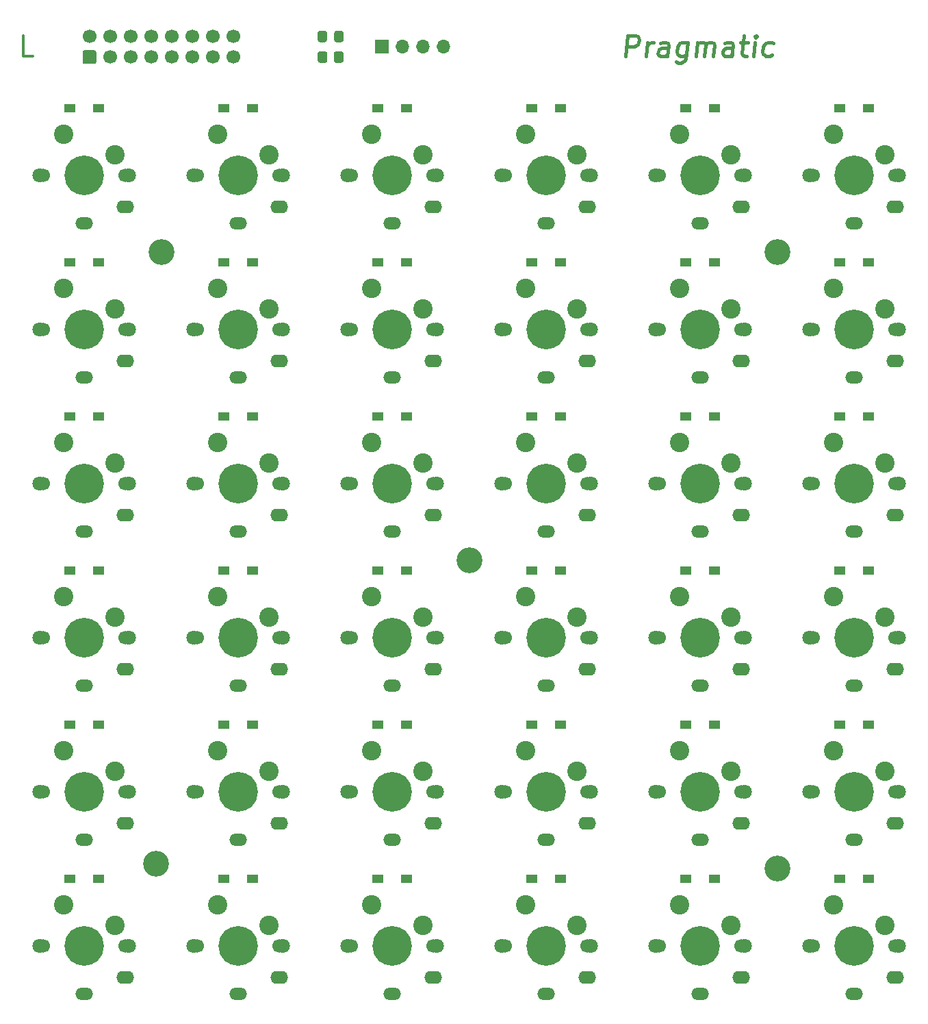
<source format=gts>
%TF.GenerationSoftware,KiCad,Pcbnew,(5.1.12-1-10_14)*%
%TF.CreationDate,2021-11-22T22:32:19+08:00*%
%TF.ProjectId,Pragmatic,50726167-6d61-4746-9963-2e6b69636164,0.2.1*%
%TF.SameCoordinates,Original*%
%TF.FileFunction,Soldermask,Top*%
%TF.FilePolarity,Negative*%
%FSLAX46Y46*%
G04 Gerber Fmt 4.6, Leading zero omitted, Abs format (unit mm)*
G04 Created by KiCad (PCBNEW (5.1.12-1-10_14)) date 2021-11-22 22:32:19*
%MOMM*%
%LPD*%
G01*
G04 APERTURE LIST*
%ADD10C,0.304800*%
%ADD11C,0.381000*%
%ADD12C,3.200000*%
%ADD13C,2.400000*%
%ADD14O,2.200000X1.600000*%
%ADD15C,4.900000*%
%ADD16C,1.800000*%
%ADD17O,2.200000X1.500000*%
%ADD18C,1.700000*%
%ADD19O,1.700000X1.700000*%
%ADD20R,1.700000X1.700000*%
%ADD21R,1.400000X1.000000*%
G04 APERTURE END LIST*
D10*
X50824190Y-42424047D02*
X49614666Y-42424047D01*
X49614666Y-39884047D01*
D11*
X124085085Y-42424047D02*
X124402585Y-39884047D01*
X125370204Y-39884047D01*
X125596990Y-40005000D01*
X125702823Y-40125952D01*
X125793537Y-40367857D01*
X125748180Y-40730714D01*
X125596990Y-40972619D01*
X125460918Y-41093571D01*
X125203894Y-41214523D01*
X124236275Y-41214523D01*
X126625085Y-42424047D02*
X126836752Y-40730714D01*
X126776275Y-41214523D02*
X126927466Y-40972619D01*
X127063537Y-40851666D01*
X127320561Y-40730714D01*
X127562466Y-40730714D01*
X129286037Y-42424047D02*
X129452347Y-41093571D01*
X129361633Y-40851666D01*
X129134847Y-40730714D01*
X128651037Y-40730714D01*
X128394013Y-40851666D01*
X129301156Y-42303095D02*
X129044133Y-42424047D01*
X128439371Y-42424047D01*
X128212585Y-42303095D01*
X128121871Y-42061190D01*
X128152109Y-41819285D01*
X128303299Y-41577380D01*
X128560323Y-41456428D01*
X129165085Y-41456428D01*
X129422109Y-41335476D01*
X131795799Y-40730714D02*
X131538775Y-42786904D01*
X131387585Y-43028809D01*
X131251513Y-43149761D01*
X130994490Y-43270714D01*
X130631633Y-43270714D01*
X130404847Y-43149761D01*
X131599252Y-42303095D02*
X131342228Y-42424047D01*
X130858418Y-42424047D01*
X130631633Y-42303095D01*
X130525799Y-42182142D01*
X130435085Y-41940238D01*
X130525799Y-41214523D01*
X130676990Y-40972619D01*
X130813061Y-40851666D01*
X131070085Y-40730714D01*
X131553894Y-40730714D01*
X131780680Y-40851666D01*
X132793656Y-42424047D02*
X133005323Y-40730714D01*
X132975085Y-40972619D02*
X133111156Y-40851666D01*
X133368180Y-40730714D01*
X133731037Y-40730714D01*
X133957823Y-40851666D01*
X134048537Y-41093571D01*
X133882228Y-42424047D01*
X134048537Y-41093571D02*
X134199728Y-40851666D01*
X134456752Y-40730714D01*
X134819609Y-40730714D01*
X135046394Y-40851666D01*
X135137109Y-41093571D01*
X134970799Y-42424047D01*
X137268894Y-42424047D02*
X137435204Y-41093571D01*
X137344490Y-40851666D01*
X137117704Y-40730714D01*
X136633894Y-40730714D01*
X136376871Y-40851666D01*
X137284013Y-42303095D02*
X137026990Y-42424047D01*
X136422228Y-42424047D01*
X136195442Y-42303095D01*
X136104728Y-42061190D01*
X136134966Y-41819285D01*
X136286156Y-41577380D01*
X136543180Y-41456428D01*
X137147942Y-41456428D01*
X137404966Y-41335476D01*
X138327228Y-40730714D02*
X139294847Y-40730714D01*
X138795918Y-39884047D02*
X138523775Y-42061190D01*
X138614490Y-42303095D01*
X138841275Y-42424047D01*
X139083180Y-42424047D01*
X139929847Y-42424047D02*
X140141513Y-40730714D01*
X140247347Y-39884047D02*
X140111275Y-40005000D01*
X140217109Y-40125952D01*
X140353180Y-40005000D01*
X140247347Y-39884047D01*
X140217109Y-40125952D01*
X142243061Y-42303095D02*
X141986037Y-42424047D01*
X141502228Y-42424047D01*
X141275442Y-42303095D01*
X141169609Y-42182142D01*
X141078894Y-41940238D01*
X141169609Y-41214523D01*
X141320799Y-40972619D01*
X141456871Y-40851666D01*
X141713894Y-40730714D01*
X142197704Y-40730714D01*
X142424490Y-40851666D01*
D12*
X104775000Y-104775000D03*
X142875000Y-142875000D03*
X142875000Y-66675000D03*
X66040000Y-142240000D03*
X66675000Y-66675000D03*
D13*
X60960000Y-54610000D03*
D14*
X62250000Y-61050000D03*
D13*
X54610000Y-52070000D03*
D15*
X57150000Y-57150000D03*
D16*
X51650000Y-57150000D03*
X62650000Y-57150000D03*
D17*
X57150000Y-63050000D03*
D18*
X62230000Y-57150000D03*
X52070000Y-57150000D03*
X75565000Y-40005000D03*
X73025000Y-40005000D03*
X70485000Y-40005000D03*
X67945000Y-40005000D03*
X65405000Y-40005000D03*
X62865000Y-40005000D03*
X60325000Y-40005000D03*
X57785000Y-40005000D03*
X75565000Y-42545000D03*
X73025000Y-42545000D03*
X70485000Y-42545000D03*
X67945000Y-42545000D03*
X65405000Y-42545000D03*
X62865000Y-42545000D03*
X60325000Y-42545000D03*
G36*
G01*
X58385000Y-43395000D02*
X57185000Y-43395000D01*
G75*
G02*
X56935000Y-43145000I0J250000D01*
G01*
X56935000Y-41945000D01*
G75*
G02*
X57185000Y-41695000I250000J0D01*
G01*
X58385000Y-41695000D01*
G75*
G02*
X58635000Y-41945000I0J-250000D01*
G01*
X58635000Y-43145000D01*
G75*
G02*
X58385000Y-43395000I-250000J0D01*
G01*
G37*
D19*
X101600000Y-41275000D03*
X99060000Y-41275000D03*
X96520000Y-41275000D03*
D20*
X93980000Y-41275000D03*
G36*
G01*
X88030000Y-42995001D02*
X88030000Y-42094999D01*
G75*
G02*
X88279999Y-41845000I249999J0D01*
G01*
X88980001Y-41845000D01*
G75*
G02*
X89230000Y-42094999I0J-249999D01*
G01*
X89230000Y-42995001D01*
G75*
G02*
X88980001Y-43245000I-249999J0D01*
G01*
X88279999Y-43245000D01*
G75*
G02*
X88030000Y-42995001I0J249999D01*
G01*
G37*
G36*
G01*
X86030000Y-42995001D02*
X86030000Y-42094999D01*
G75*
G02*
X86279999Y-41845000I249999J0D01*
G01*
X86980001Y-41845000D01*
G75*
G02*
X87230000Y-42094999I0J-249999D01*
G01*
X87230000Y-42995001D01*
G75*
G02*
X86980001Y-43245000I-249999J0D01*
G01*
X86279999Y-43245000D01*
G75*
G02*
X86030000Y-42995001I0J249999D01*
G01*
G37*
G36*
G01*
X88080000Y-40455001D02*
X88080000Y-39554999D01*
G75*
G02*
X88329999Y-39305000I249999J0D01*
G01*
X88980001Y-39305000D01*
G75*
G02*
X89230000Y-39554999I0J-249999D01*
G01*
X89230000Y-40455001D01*
G75*
G02*
X88980001Y-40705000I-249999J0D01*
G01*
X88329999Y-40705000D01*
G75*
G02*
X88080000Y-40455001I0J249999D01*
G01*
G37*
G36*
G01*
X86030000Y-40455001D02*
X86030000Y-39554999D01*
G75*
G02*
X86279999Y-39305000I249999J0D01*
G01*
X86930001Y-39305000D01*
G75*
G02*
X87180000Y-39554999I0J-249999D01*
G01*
X87180000Y-40455001D01*
G75*
G02*
X86930001Y-40705000I-249999J0D01*
G01*
X86279999Y-40705000D01*
G75*
G02*
X86030000Y-40455001I0J249999D01*
G01*
G37*
D13*
X156210000Y-149860000D03*
D14*
X157500000Y-156300000D03*
D13*
X149860000Y-147320000D03*
D15*
X152400000Y-152400000D03*
D16*
X146900000Y-152400000D03*
X157900000Y-152400000D03*
D17*
X152400000Y-158300000D03*
D18*
X157480000Y-152400000D03*
X147320000Y-152400000D03*
D13*
X137160000Y-149860000D03*
D14*
X138450000Y-156300000D03*
D13*
X130810000Y-147320000D03*
D15*
X133350000Y-152400000D03*
D16*
X127850000Y-152400000D03*
X138850000Y-152400000D03*
D17*
X133350000Y-158300000D03*
D18*
X138430000Y-152400000D03*
X128270000Y-152400000D03*
D13*
X118110000Y-149860000D03*
D14*
X119400000Y-156300000D03*
D13*
X111760000Y-147320000D03*
D15*
X114300000Y-152400000D03*
D16*
X108800000Y-152400000D03*
X119800000Y-152400000D03*
D17*
X114300000Y-158300000D03*
D18*
X119380000Y-152400000D03*
X109220000Y-152400000D03*
D13*
X99060000Y-149860000D03*
D14*
X100350000Y-156300000D03*
D13*
X92710000Y-147320000D03*
D15*
X95250000Y-152400000D03*
D16*
X89750000Y-152400000D03*
X100750000Y-152400000D03*
D17*
X95250000Y-158300000D03*
D18*
X100330000Y-152400000D03*
X90170000Y-152400000D03*
D13*
X80010000Y-149860000D03*
D14*
X81300000Y-156300000D03*
D13*
X73660000Y-147320000D03*
D15*
X76200000Y-152400000D03*
D16*
X70700000Y-152400000D03*
X81700000Y-152400000D03*
D17*
X76200000Y-158300000D03*
D18*
X81280000Y-152400000D03*
X71120000Y-152400000D03*
D13*
X60960000Y-149860000D03*
D14*
X62250000Y-156300000D03*
D13*
X54610000Y-147320000D03*
D15*
X57150000Y-152400000D03*
D16*
X51650000Y-152400000D03*
X62650000Y-152400000D03*
D17*
X57150000Y-158300000D03*
D18*
X62230000Y-152400000D03*
X52070000Y-152400000D03*
D13*
X156210000Y-130810000D03*
D14*
X157500000Y-137250000D03*
D13*
X149860000Y-128270000D03*
D15*
X152400000Y-133350000D03*
D16*
X146900000Y-133350000D03*
X157900000Y-133350000D03*
D17*
X152400000Y-139250000D03*
D18*
X157480000Y-133350000D03*
X147320000Y-133350000D03*
D13*
X137160000Y-130810000D03*
D14*
X138450000Y-137250000D03*
D13*
X130810000Y-128270000D03*
D15*
X133350000Y-133350000D03*
D16*
X127850000Y-133350000D03*
X138850000Y-133350000D03*
D17*
X133350000Y-139250000D03*
D18*
X138430000Y-133350000D03*
X128270000Y-133350000D03*
D13*
X118110000Y-130810000D03*
D14*
X119400000Y-137250000D03*
D13*
X111760000Y-128270000D03*
D15*
X114300000Y-133350000D03*
D16*
X108800000Y-133350000D03*
X119800000Y-133350000D03*
D17*
X114300000Y-139250000D03*
D18*
X119380000Y-133350000D03*
X109220000Y-133350000D03*
D13*
X99060000Y-130810000D03*
D14*
X100350000Y-137250000D03*
D13*
X92710000Y-128270000D03*
D15*
X95250000Y-133350000D03*
D16*
X89750000Y-133350000D03*
X100750000Y-133350000D03*
D17*
X95250000Y-139250000D03*
D18*
X100330000Y-133350000D03*
X90170000Y-133350000D03*
D13*
X80010000Y-130810000D03*
D14*
X81300000Y-137250000D03*
D13*
X73660000Y-128270000D03*
D15*
X76200000Y-133350000D03*
D16*
X70700000Y-133350000D03*
X81700000Y-133350000D03*
D17*
X76200000Y-139250000D03*
D18*
X81280000Y-133350000D03*
X71120000Y-133350000D03*
D13*
X60960000Y-130810000D03*
D14*
X62250000Y-137250000D03*
D13*
X54610000Y-128270000D03*
D15*
X57150000Y-133350000D03*
D16*
X51650000Y-133350000D03*
X62650000Y-133350000D03*
D17*
X57150000Y-139250000D03*
D18*
X62230000Y-133350000D03*
X52070000Y-133350000D03*
D13*
X156210000Y-111760000D03*
D14*
X157500000Y-118200000D03*
D13*
X149860000Y-109220000D03*
D15*
X152400000Y-114300000D03*
D16*
X146900000Y-114300000D03*
X157900000Y-114300000D03*
D17*
X152400000Y-120200000D03*
D18*
X157480000Y-114300000D03*
X147320000Y-114300000D03*
D13*
X137160000Y-111760000D03*
D14*
X138450000Y-118200000D03*
D13*
X130810000Y-109220000D03*
D15*
X133350000Y-114300000D03*
D16*
X127850000Y-114300000D03*
X138850000Y-114300000D03*
D17*
X133350000Y-120200000D03*
D18*
X138430000Y-114300000D03*
X128270000Y-114300000D03*
D13*
X118110000Y-111760000D03*
D14*
X119400000Y-118200000D03*
D13*
X111760000Y-109220000D03*
D15*
X114300000Y-114300000D03*
D16*
X108800000Y-114300000D03*
X119800000Y-114300000D03*
D17*
X114300000Y-120200000D03*
D18*
X119380000Y-114300000D03*
X109220000Y-114300000D03*
D13*
X99060000Y-111760000D03*
D14*
X100350000Y-118200000D03*
D13*
X92710000Y-109220000D03*
D15*
X95250000Y-114300000D03*
D16*
X89750000Y-114300000D03*
X100750000Y-114300000D03*
D17*
X95250000Y-120200000D03*
D18*
X100330000Y-114300000D03*
X90170000Y-114300000D03*
D13*
X80010000Y-111760000D03*
D14*
X81300000Y-118200000D03*
D13*
X73660000Y-109220000D03*
D15*
X76200000Y-114300000D03*
D16*
X70700000Y-114300000D03*
X81700000Y-114300000D03*
D17*
X76200000Y-120200000D03*
D18*
X81280000Y-114300000D03*
X71120000Y-114300000D03*
D13*
X60960000Y-111760000D03*
D14*
X62250000Y-118200000D03*
D13*
X54610000Y-109220000D03*
D15*
X57150000Y-114300000D03*
D16*
X51650000Y-114300000D03*
X62650000Y-114300000D03*
D17*
X57150000Y-120200000D03*
D18*
X62230000Y-114300000D03*
X52070000Y-114300000D03*
D13*
X156210000Y-92710000D03*
D14*
X157500000Y-99150000D03*
D13*
X149860000Y-90170000D03*
D15*
X152400000Y-95250000D03*
D16*
X146900000Y-95250000D03*
X157900000Y-95250000D03*
D17*
X152400000Y-101150000D03*
D18*
X157480000Y-95250000D03*
X147320000Y-95250000D03*
D13*
X137160000Y-92710000D03*
D14*
X138450000Y-99150000D03*
D13*
X130810000Y-90170000D03*
D15*
X133350000Y-95250000D03*
D16*
X127850000Y-95250000D03*
X138850000Y-95250000D03*
D17*
X133350000Y-101150000D03*
D18*
X138430000Y-95250000D03*
X128270000Y-95250000D03*
D13*
X118110000Y-92710000D03*
D14*
X119400000Y-99150000D03*
D13*
X111760000Y-90170000D03*
D15*
X114300000Y-95250000D03*
D16*
X108800000Y-95250000D03*
X119800000Y-95250000D03*
D17*
X114300000Y-101150000D03*
D18*
X119380000Y-95250000D03*
X109220000Y-95250000D03*
D13*
X99060000Y-92710000D03*
D14*
X100350000Y-99150000D03*
D13*
X92710000Y-90170000D03*
D15*
X95250000Y-95250000D03*
D16*
X89750000Y-95250000D03*
X100750000Y-95250000D03*
D17*
X95250000Y-101150000D03*
D18*
X100330000Y-95250000D03*
X90170000Y-95250000D03*
D13*
X80010000Y-92710000D03*
D14*
X81300000Y-99150000D03*
D13*
X73660000Y-90170000D03*
D15*
X76200000Y-95250000D03*
D16*
X70700000Y-95250000D03*
X81700000Y-95250000D03*
D17*
X76200000Y-101150000D03*
D18*
X81280000Y-95250000D03*
X71120000Y-95250000D03*
D13*
X60960000Y-92710000D03*
D14*
X62250000Y-99150000D03*
D13*
X54610000Y-90170000D03*
D15*
X57150000Y-95250000D03*
D16*
X51650000Y-95250000D03*
X62650000Y-95250000D03*
D17*
X57150000Y-101150000D03*
D18*
X62230000Y-95250000D03*
X52070000Y-95250000D03*
D13*
X156210000Y-73660000D03*
D14*
X157500000Y-80100000D03*
D13*
X149860000Y-71120000D03*
D15*
X152400000Y-76200000D03*
D16*
X146900000Y-76200000D03*
X157900000Y-76200000D03*
D17*
X152400000Y-82100000D03*
D18*
X157480000Y-76200000D03*
X147320000Y-76200000D03*
D13*
X137160000Y-73660000D03*
D14*
X138450000Y-80100000D03*
D13*
X130810000Y-71120000D03*
D15*
X133350000Y-76200000D03*
D16*
X127850000Y-76200000D03*
X138850000Y-76200000D03*
D17*
X133350000Y-82100000D03*
D18*
X138430000Y-76200000D03*
X128270000Y-76200000D03*
D13*
X118110000Y-73660000D03*
D14*
X119400000Y-80100000D03*
D13*
X111760000Y-71120000D03*
D15*
X114300000Y-76200000D03*
D16*
X108800000Y-76200000D03*
X119800000Y-76200000D03*
D17*
X114300000Y-82100000D03*
D18*
X119380000Y-76200000D03*
X109220000Y-76200000D03*
D13*
X99060000Y-73660000D03*
D14*
X100350000Y-80100000D03*
D13*
X92710000Y-71120000D03*
D15*
X95250000Y-76200000D03*
D16*
X89750000Y-76200000D03*
X100750000Y-76200000D03*
D17*
X95250000Y-82100000D03*
D18*
X100330000Y-76200000D03*
X90170000Y-76200000D03*
D13*
X156210000Y-54610000D03*
D14*
X157500000Y-61050000D03*
D13*
X149860000Y-52070000D03*
D15*
X152400000Y-57150000D03*
D16*
X146900000Y-57150000D03*
X157900000Y-57150000D03*
D17*
X152400000Y-63050000D03*
D18*
X157480000Y-57150000D03*
X147320000Y-57150000D03*
D13*
X137160000Y-54610000D03*
D14*
X138450000Y-61050000D03*
D13*
X130810000Y-52070000D03*
D15*
X133350000Y-57150000D03*
D16*
X127850000Y-57150000D03*
X138850000Y-57150000D03*
D17*
X133350000Y-63050000D03*
D18*
X138430000Y-57150000D03*
X128270000Y-57150000D03*
D13*
X118110000Y-54610000D03*
D14*
X119400000Y-61050000D03*
D13*
X111760000Y-52070000D03*
D15*
X114300000Y-57150000D03*
D16*
X108800000Y-57150000D03*
X119800000Y-57150000D03*
D17*
X114300000Y-63050000D03*
D18*
X119380000Y-57150000D03*
X109220000Y-57150000D03*
D13*
X99060000Y-54610000D03*
D14*
X100350000Y-61050000D03*
D13*
X92710000Y-52070000D03*
D15*
X95250000Y-57150000D03*
D16*
X89750000Y-57150000D03*
X100750000Y-57150000D03*
D17*
X95250000Y-63050000D03*
D18*
X100330000Y-57150000D03*
X90170000Y-57150000D03*
D21*
X150625000Y-144145000D03*
X154175000Y-144145000D03*
X131575000Y-144145000D03*
X135125000Y-144145000D03*
X112525000Y-144145000D03*
X116075000Y-144145000D03*
X93475000Y-144145000D03*
X97025000Y-144145000D03*
X74425000Y-144145000D03*
X77975000Y-144145000D03*
X55375000Y-144145000D03*
X58925000Y-144145000D03*
X150625000Y-125095000D03*
X154175000Y-125095000D03*
X131575000Y-125095000D03*
X135125000Y-125095000D03*
X112525000Y-125095000D03*
X116075000Y-125095000D03*
X93475000Y-125095000D03*
X97025000Y-125095000D03*
X74425000Y-125095000D03*
X77975000Y-125095000D03*
X55375000Y-125095000D03*
X58925000Y-125095000D03*
X150625000Y-106045000D03*
X154175000Y-106045000D03*
X131575000Y-106045000D03*
X135125000Y-106045000D03*
X112525000Y-106045000D03*
X116075000Y-106045000D03*
X93475000Y-106045000D03*
X97025000Y-106045000D03*
X74425000Y-106045000D03*
X77975000Y-106045000D03*
X55375000Y-106045000D03*
X58925000Y-106045000D03*
X150625000Y-86995000D03*
X154175000Y-86995000D03*
X131575000Y-86995000D03*
X135125000Y-86995000D03*
X112525000Y-86995000D03*
X116075000Y-86995000D03*
X93475000Y-86995000D03*
X97025000Y-86995000D03*
X74425000Y-86995000D03*
X77975000Y-86995000D03*
X55375000Y-86995000D03*
X58925000Y-86995000D03*
X150625000Y-67945000D03*
X154175000Y-67945000D03*
X131575000Y-67945000D03*
X135125000Y-67945000D03*
X112525000Y-67945000D03*
X116075000Y-67945000D03*
X93475000Y-67945000D03*
X97025000Y-67945000D03*
X150625000Y-48895000D03*
X154175000Y-48895000D03*
X131575000Y-48895000D03*
X135125000Y-48895000D03*
X112525000Y-48895000D03*
X116075000Y-48895000D03*
X93475000Y-48895000D03*
X97025000Y-48895000D03*
D13*
X80010000Y-73660000D03*
D14*
X81300000Y-80100000D03*
D13*
X73660000Y-71120000D03*
D15*
X76200000Y-76200000D03*
D16*
X70700000Y-76200000D03*
X81700000Y-76200000D03*
D17*
X76200000Y-82100000D03*
D18*
X81280000Y-76200000D03*
X71120000Y-76200000D03*
D13*
X60960000Y-73660000D03*
D14*
X62250000Y-80100000D03*
D13*
X54610000Y-71120000D03*
D15*
X57150000Y-76200000D03*
D16*
X51650000Y-76200000D03*
X62650000Y-76200000D03*
D17*
X57150000Y-82100000D03*
D18*
X62230000Y-76200000D03*
X52070000Y-76200000D03*
D13*
X80010000Y-54610000D03*
D14*
X81300000Y-61050000D03*
D13*
X73660000Y-52070000D03*
D15*
X76200000Y-57150000D03*
D16*
X70700000Y-57150000D03*
X81700000Y-57150000D03*
D17*
X76200000Y-63050000D03*
D18*
X81280000Y-57150000D03*
X71120000Y-57150000D03*
D21*
X74425000Y-67945000D03*
X77975000Y-67945000D03*
X55375000Y-67945000D03*
X58925000Y-67945000D03*
X74425000Y-48895000D03*
X77975000Y-48895000D03*
X55375000Y-48895000D03*
X58925000Y-48895000D03*
M02*

</source>
